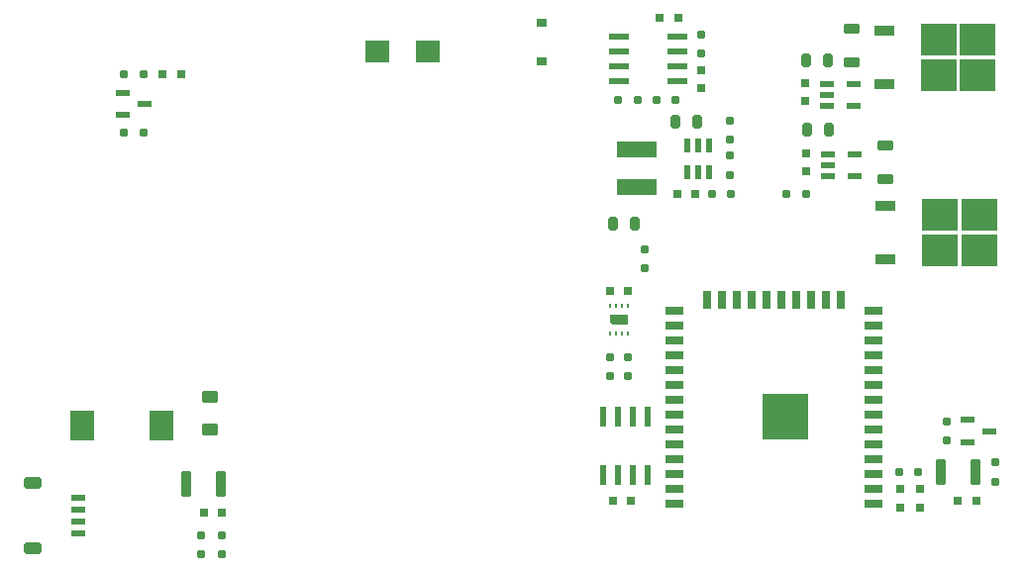
<source format=gbr>
%TF.GenerationSoftware,KiCad,Pcbnew,(6.0.2)*%
%TF.CreationDate,2022-09-20T17:08:32+02:00*%
%TF.ProjectId,led-board,6c65642d-626f-4617-9264-2e6b69636164,rev?*%
%TF.SameCoordinates,Original*%
%TF.FileFunction,Paste,Top*%
%TF.FilePolarity,Positive*%
%FSLAX46Y46*%
G04 Gerber Fmt 4.6, Leading zero omitted, Abs format (unit mm)*
G04 Created by KiCad (PCBNEW (6.0.2)) date 2022-09-20 17:08:32*
%MOMM*%
%LPD*%
G01*
G04 APERTURE LIST*
G04 Aperture macros list*
%AMRoundRect*
0 Rectangle with rounded corners*
0 $1 Rounding radius*
0 $2 $3 $4 $5 $6 $7 $8 $9 X,Y pos of 4 corners*
0 Add a 4 corners polygon primitive as box body*
4,1,4,$2,$3,$4,$5,$6,$7,$8,$9,$2,$3,0*
0 Add four circle primitives for the rounded corners*
1,1,$1+$1,$2,$3*
1,1,$1+$1,$4,$5*
1,1,$1+$1,$6,$7*
1,1,$1+$1,$8,$9*
0 Add four rect primitives between the rounded corners*
20,1,$1+$1,$2,$3,$4,$5,0*
20,1,$1+$1,$4,$5,$6,$7,0*
20,1,$1+$1,$6,$7,$8,$9,0*
20,1,$1+$1,$8,$9,$2,$3,0*%
%AMFreePoly0*
4,1,6,0.450000,-0.800000,-0.450000,-0.800000,-0.450000,0.530000,-0.180000,0.800000,0.450000,0.800000,0.450000,-0.800000,0.450000,-0.800000,$1*%
G04 Aperture macros list end*
%ADD10RoundRect,0.135000X0.245000X-0.225000X0.245000X0.225000X-0.245000X0.225000X-0.245000X-0.225000X0*%
%ADD11RoundRect,0.120000X-0.260000X0.200000X-0.260000X-0.200000X0.260000X-0.200000X0.260000X0.200000X0*%
%ADD12RoundRect,0.135000X-0.245000X0.225000X-0.245000X-0.225000X0.245000X-0.225000X0.245000X0.225000X0*%
%ADD13RoundRect,0.120000X0.200000X0.260000X-0.200000X0.260000X-0.200000X-0.260000X0.200000X-0.260000X0*%
%ADD14RoundRect,0.137500X-0.562500X0.312500X-0.562500X-0.312500X0.562500X-0.312500X0.562500X0.312500X0*%
%ADD15RoundRect,0.090000X-0.530000X0.150000X-0.530000X-0.150000X0.530000X-0.150000X0.530000X0.150000X0*%
%ADD16RoundRect,0.130000X-0.590000X0.350000X-0.590000X-0.350000X0.590000X-0.350000X0.590000X0.350000X0*%
%ADD17RoundRect,0.135000X0.325000X0.945000X-0.325000X0.945000X-0.325000X-0.945000X0.325000X-0.945000X0*%
%ADD18RoundRect,0.135000X0.225000X0.245000X-0.225000X0.245000X-0.225000X-0.245000X0.225000X-0.245000X0*%
%ADD19R,1.600000X0.720000*%
%ADD20R,0.720000X1.600000*%
%ADD21R,4.000000X4.000000*%
%ADD22RoundRect,0.120000X0.260000X-0.200000X0.260000X0.200000X-0.260000X0.200000X-0.260000X-0.200000X0*%
%ADD23RoundRect,0.125000X0.575000X-0.375000X0.575000X0.375000X-0.575000X0.375000X-0.575000X-0.375000X0*%
%ADD24RoundRect,0.135000X-0.225000X-0.245000X0.225000X-0.245000X0.225000X0.245000X-0.225000X0.245000X0*%
%ADD25RoundRect,0.000000X-0.780000X-0.240000X0.780000X-0.240000X0.780000X0.240000X-0.780000X0.240000X0*%
%ADD26RoundRect,0.150000X-0.250000X-0.430000X0.250000X-0.430000X0.250000X0.430000X-0.250000X0.430000X0*%
%ADD27RoundRect,0.120000X-0.200000X-0.260000X0.200000X-0.260000X0.200000X0.260000X-0.200000X0.260000X0*%
%ADD28RoundRect,0.017500X0.222500X-0.512500X0.222500X0.512500X-0.222500X0.512500X-0.222500X-0.512500X0*%
%ADD29FreePoly0,90.000000*%
%ADD30R,0.200000X0.440000*%
%ADD31RoundRect,0.000000X0.240000X-0.780000X0.240000X0.780000X-0.240000X0.780000X-0.240000X-0.780000X0*%
%ADD32R,3.360000X1.440000*%
%ADD33R,3.050000X2.750000*%
%ADD34R,1.760000X0.960000*%
%ADD35R,2.000000X1.840000*%
%ADD36R,2.000000X2.640000*%
%ADD37RoundRect,0.137500X0.562500X-0.312500X0.562500X0.312500X-0.562500X0.312500X-0.562500X-0.312500X0*%
%ADD38R,0.960000X0.720000*%
%ADD39RoundRect,0.017500X-0.512500X-0.222500X0.512500X-0.222500X0.512500X0.222500X-0.512500X0.222500X0*%
%ADD40RoundRect,0.002500X-0.587500X-0.237500X0.587500X-0.237500X0.587500X0.237500X-0.587500X0.237500X0*%
G04 APERTURE END LIST*
D10*
%TO.C,C2*%
X100350000Y-67275000D03*
X100350000Y-65725000D03*
%TD*%
D11*
%TO.C,R3*%
X38850000Y-69675000D03*
X38850000Y-71325000D03*
%TD*%
D12*
%TO.C,C15*%
X90500000Y-30975000D03*
X90500000Y-32525000D03*
%TD*%
D11*
%TO.C,R19*%
X106750000Y-63425000D03*
X106750000Y-65075000D03*
%TD*%
D13*
%TO.C,R1*%
X100175000Y-64250000D03*
X98525000Y-64250000D03*
%TD*%
D14*
%TO.C,R15*%
X94500000Y-26287500D03*
X94500000Y-29212500D03*
%TD*%
D15*
%TO.C,J3*%
X28350000Y-66500000D03*
X28350000Y-67500000D03*
X28350000Y-68500000D03*
X28350000Y-69500000D03*
D16*
X24475000Y-70800000D03*
X24475000Y-65200000D03*
%TD*%
D17*
%TO.C,C5*%
X40575000Y-65250000D03*
X37625000Y-65250000D03*
%TD*%
D13*
%TO.C,R5*%
X33925000Y-35250000D03*
X32275000Y-35250000D03*
%TD*%
D18*
%TO.C,C4*%
X75375000Y-48750000D03*
X73825000Y-48750000D03*
%TD*%
D19*
%TO.C,U1*%
X96350000Y-67005000D03*
X96350000Y-65735000D03*
X96350000Y-64465000D03*
X96350000Y-63195000D03*
X96350000Y-61925000D03*
X96350000Y-60655000D03*
X96350000Y-59385000D03*
X96350000Y-58115000D03*
X96350000Y-56845000D03*
X96350000Y-55575000D03*
X96350000Y-54305000D03*
X96350000Y-53035000D03*
X96350000Y-51765000D03*
X96350000Y-50495000D03*
D20*
X93565000Y-49495000D03*
X92295000Y-49495000D03*
X91025000Y-49495000D03*
X89755000Y-49495000D03*
X88485000Y-49495000D03*
X87215000Y-49495000D03*
X85945000Y-49495000D03*
X84675000Y-49495000D03*
X83405000Y-49495000D03*
X82135000Y-49495000D03*
D19*
X79350000Y-50495000D03*
X79350000Y-51765000D03*
X79350000Y-53035000D03*
X79350000Y-54305000D03*
X79350000Y-55575000D03*
X79350000Y-56845000D03*
X79350000Y-58115000D03*
X79350000Y-59385000D03*
X79350000Y-60655000D03*
X79350000Y-61925000D03*
X79350000Y-63195000D03*
X79350000Y-64465000D03*
X79350000Y-65735000D03*
X79350000Y-67005000D03*
D21*
X88850000Y-59505000D03*
%TD*%
D22*
%TO.C,R17*%
X84100000Y-37175000D03*
X84100000Y-38825000D03*
%TD*%
D23*
%TO.C,F1*%
X39600000Y-60650000D03*
X39600000Y-57850000D03*
%TD*%
D24*
%TO.C,C16*%
X81125000Y-40500000D03*
X79575000Y-40500000D03*
%TD*%
D25*
%TO.C,U5*%
X79575000Y-26982500D03*
X79575000Y-28252500D03*
X79575000Y-29522500D03*
X79575000Y-30792500D03*
X74625000Y-30792500D03*
X74625000Y-29522500D03*
X74625000Y-28252500D03*
X74625000Y-26982500D03*
%TD*%
D26*
%TO.C,C11*%
X90650000Y-35000000D03*
X92550000Y-35000000D03*
%TD*%
D27*
%TO.C,R4*%
X32275000Y-30250000D03*
X33925000Y-30250000D03*
%TD*%
D28*
%TO.C,U6*%
X80400000Y-36362500D03*
X81350000Y-36362500D03*
X82300000Y-36362500D03*
X82300000Y-38637500D03*
X81350000Y-38637500D03*
X80400000Y-38637500D03*
%TD*%
D29*
%TO.C,U3*%
X74600000Y-51250000D03*
D30*
X73850000Y-52425000D03*
X74350000Y-52425000D03*
X74850000Y-52425000D03*
X75350000Y-52425000D03*
X75350000Y-50075000D03*
X74850000Y-50075000D03*
X74350000Y-50075000D03*
X73850000Y-50075000D03*
%TD*%
D31*
%TO.C,U2*%
X73195000Y-64475000D03*
X74465000Y-64475000D03*
X75735000Y-64475000D03*
X77005000Y-64475000D03*
X77005000Y-59525000D03*
X75735000Y-59525000D03*
X74465000Y-59525000D03*
X73195000Y-59525000D03*
%TD*%
D22*
%TO.C,R2*%
X40600000Y-71325000D03*
X40600000Y-69675000D03*
%TD*%
D32*
%TO.C,L1*%
X76100000Y-39850000D03*
X76100000Y-36650000D03*
%TD*%
D33*
%TO.C,Q1*%
X102025000Y-45275000D03*
X102025000Y-42225000D03*
X105375000Y-42225000D03*
X105375000Y-45275000D03*
D34*
X97400000Y-41470000D03*
X97400000Y-46030000D03*
%TD*%
D35*
%TO.C,D4*%
X53950000Y-28250000D03*
X58250000Y-28250000D03*
%TD*%
D36*
%TO.C,D2*%
X35500000Y-60250000D03*
X28700000Y-60250000D03*
%TD*%
D33*
%TO.C,Q2*%
X101925000Y-30275000D03*
X105275000Y-30275000D03*
X105275000Y-27225000D03*
X101925000Y-27225000D03*
D34*
X97300000Y-26470000D03*
X97300000Y-31030000D03*
%TD*%
D11*
%TO.C,R6*%
X75350000Y-54425000D03*
X75350000Y-56075000D03*
%TD*%
D27*
%TO.C,R18*%
X84175000Y-40500000D03*
X82525000Y-40500000D03*
%TD*%
D26*
%TO.C,C13*%
X81300000Y-34250000D03*
X79400000Y-34250000D03*
%TD*%
D24*
%TO.C,C10*%
X103575000Y-66750000D03*
X105125000Y-66750000D03*
%TD*%
D12*
%TO.C,C8*%
X90600000Y-36975000D03*
X90600000Y-38525000D03*
%TD*%
D37*
%TO.C,R8*%
X97350000Y-39212500D03*
X97350000Y-36287500D03*
%TD*%
D26*
%TO.C,C17*%
X90550000Y-29000000D03*
X92450000Y-29000000D03*
%TD*%
D10*
%TO.C,C1*%
X98600000Y-67275000D03*
X98600000Y-65725000D03*
%TD*%
D13*
%TO.C,R12*%
X90575000Y-40500000D03*
X88925000Y-40500000D03*
%TD*%
%TO.C,R10*%
X77775000Y-32387500D03*
X79425000Y-32387500D03*
%TD*%
D26*
%TO.C,C18*%
X74050000Y-43000000D03*
X75950000Y-43000000D03*
%TD*%
D12*
%TO.C,C14*%
X81600000Y-31412500D03*
X81600000Y-29862500D03*
%TD*%
D38*
%TO.C,D1*%
X68000000Y-25850000D03*
X68000000Y-29150000D03*
%TD*%
D22*
%TO.C,R16*%
X102600000Y-61575000D03*
X102600000Y-59925000D03*
%TD*%
D18*
%TO.C,C6*%
X40625000Y-67750000D03*
X39075000Y-67750000D03*
%TD*%
D22*
%TO.C,R11*%
X81600000Y-26812500D03*
X81600000Y-28462500D03*
%TD*%
D13*
%TO.C,R9*%
X74525000Y-32387500D03*
X76175000Y-32387500D03*
%TD*%
D22*
%TO.C,R13*%
X84100000Y-34175000D03*
X84100000Y-35825000D03*
%TD*%
D18*
%TO.C,C12*%
X78075000Y-25387500D03*
X79625000Y-25387500D03*
%TD*%
D39*
%TO.C,U7*%
X92362500Y-31050000D03*
X92362500Y-32000000D03*
X92362500Y-32950000D03*
X94637500Y-32950000D03*
X94637500Y-31050000D03*
%TD*%
D18*
%TO.C,C3*%
X75625000Y-66750000D03*
X74075000Y-66750000D03*
%TD*%
D40*
%TO.C,Q3*%
X104412500Y-59800000D03*
X104412500Y-61700000D03*
X106287500Y-60750000D03*
%TD*%
D11*
%TO.C,R7*%
X73850000Y-54425000D03*
X73850000Y-56075000D03*
%TD*%
D22*
%TO.C,R14*%
X76750000Y-46825000D03*
X76750000Y-45175000D03*
%TD*%
D39*
%TO.C,U4*%
X92462500Y-37050000D03*
X92462500Y-38000000D03*
X92462500Y-38950000D03*
X94737500Y-38950000D03*
X94737500Y-37050000D03*
%TD*%
D40*
%TO.C,D3*%
X32162500Y-31800000D03*
X32162500Y-33700000D03*
X34037500Y-32750000D03*
%TD*%
D17*
%TO.C,C9*%
X105075000Y-64250000D03*
X102125000Y-64250000D03*
%TD*%
D24*
%TO.C,C7*%
X35575000Y-30250000D03*
X37125000Y-30250000D03*
%TD*%
M02*

</source>
